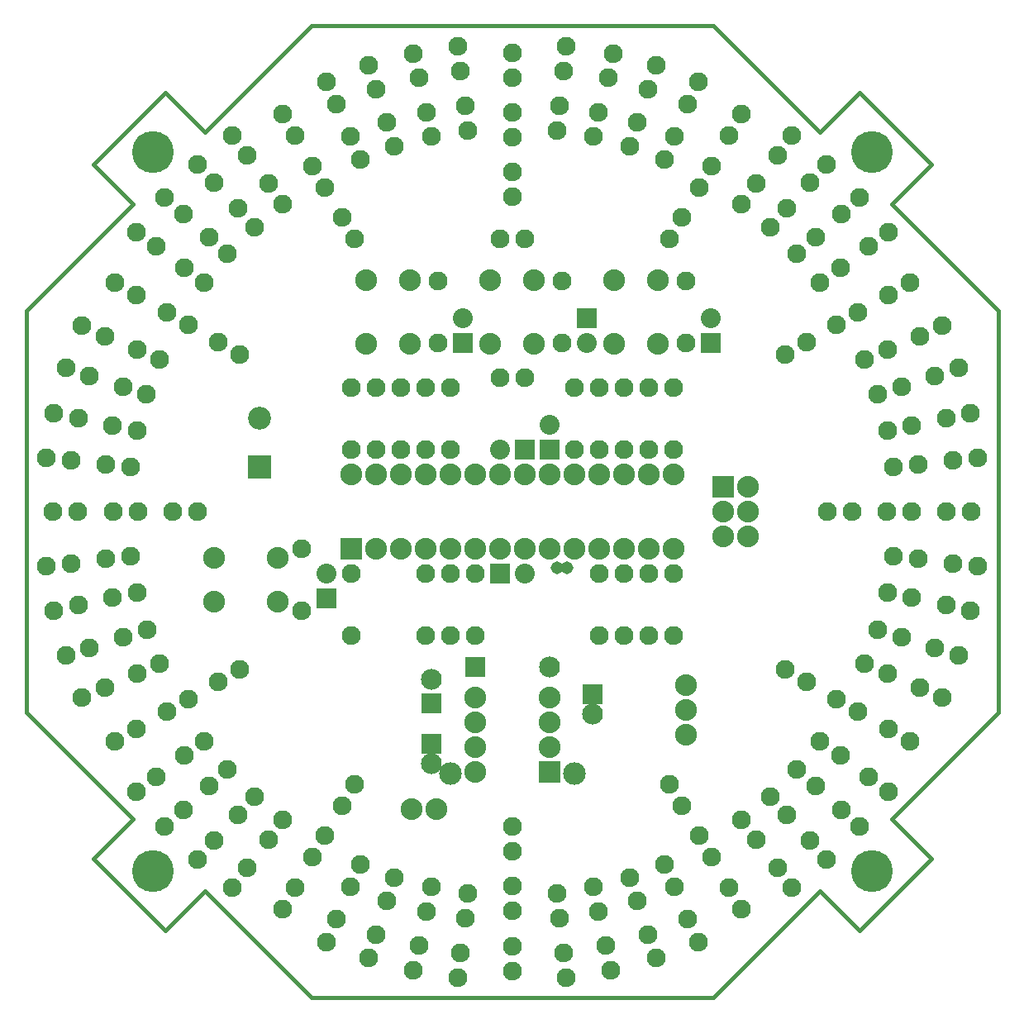
<source format=gbs>
G04 (created by PCBNEW-RS274X (2012-01-19 BZR 3256)-stable) date 4/30/2012 12:17:17 AM*
G01*
G70*
G90*
%MOIN*%
G04 Gerber Fmt 3.4, Leading zero omitted, Abs format*
%FSLAX34Y34*%
G04 APERTURE LIST*
%ADD10C,0.006000*%
%ADD11C,0.015000*%
%ADD12C,0.076000*%
%ADD13R,0.080000X0.080000*%
%ADD14C,0.080000*%
%ADD15C,0.084000*%
%ADD16R,0.084000X0.084000*%
%ADD17C,0.088000*%
%ADD18C,0.169000*%
%ADD19C,0.051500*%
%ADD20R,0.092000X0.092000*%
%ADD21C,0.092000*%
%ADD22C,0.091200*%
%ADD23R,0.088000X0.088000*%
G04 APERTURE END LIST*
G54D10*
G54D11*
X46000Y-56900D02*
X47600Y-55300D01*
X43100Y-54000D02*
X46000Y-56900D01*
X44700Y-52400D02*
X43100Y-54000D01*
X76900Y-54000D02*
X74000Y-56900D01*
X75300Y-52400D02*
X76900Y-54000D01*
X72400Y-55300D02*
X74000Y-56900D01*
X47600Y-24700D02*
X51900Y-20400D01*
X46000Y-23100D02*
X43100Y-26000D01*
X47600Y-24700D02*
X46000Y-23100D01*
X44700Y-27600D02*
X43100Y-26000D01*
X79600Y-48100D02*
X75300Y-52400D01*
X68100Y-59600D02*
X72400Y-55300D01*
X40400Y-48100D02*
X44700Y-52400D01*
X51900Y-59600D02*
X47600Y-55300D01*
X40400Y-31900D02*
X44700Y-27600D01*
X75300Y-27600D02*
X79600Y-31900D01*
X72400Y-24700D02*
X68100Y-20400D01*
X76900Y-26000D02*
X74000Y-23100D01*
X75300Y-27600D02*
X76900Y-26000D01*
X72400Y-24700D02*
X74000Y-23100D01*
X79600Y-31900D02*
X79600Y-48100D01*
X51900Y-20400D02*
X68100Y-20400D01*
X40400Y-48100D02*
X40400Y-31900D01*
X68100Y-59600D02*
X51900Y-59600D01*
G54D12*
X60000Y-26295D03*
X60000Y-27295D03*
X60000Y-21488D03*
X60000Y-22488D03*
X69256Y-23968D03*
X68756Y-24834D03*
X60000Y-23906D03*
X60000Y-24906D03*
X68047Y-26062D03*
X67547Y-26928D03*
X66852Y-28131D03*
X66352Y-28997D03*
X62187Y-21222D03*
X62083Y-22216D03*
X64068Y-21518D03*
X63860Y-22496D03*
X65797Y-22004D03*
X65487Y-22956D03*
X67495Y-22644D03*
X67089Y-23558D03*
X61906Y-23623D03*
X61802Y-24617D03*
X63469Y-23881D03*
X63261Y-24859D03*
X65056Y-24305D03*
X64746Y-25257D03*
X66537Y-24863D03*
X66131Y-25777D03*
X76032Y-30744D03*
X75166Y-31244D03*
X73938Y-31953D03*
X73072Y-32453D03*
X71869Y-33148D03*
X71003Y-33648D03*
X71283Y-24830D03*
X70695Y-25640D03*
X72686Y-25982D03*
X72016Y-26726D03*
X74018Y-27314D03*
X73274Y-27984D03*
X75170Y-28717D03*
X74360Y-29305D03*
X69840Y-26769D03*
X69252Y-27579D03*
X71064Y-27774D03*
X70394Y-28518D03*
X72226Y-28936D03*
X71482Y-29606D03*
X73231Y-30160D03*
X72421Y-30748D03*
X78512Y-40000D03*
X77512Y-40000D03*
X76094Y-40000D03*
X75094Y-40000D03*
X73705Y-40000D03*
X72705Y-40000D03*
X77356Y-32505D03*
X76442Y-32911D03*
X77996Y-34203D03*
X77044Y-34513D03*
X78482Y-36022D03*
X77504Y-36230D03*
X78778Y-37813D03*
X77784Y-37917D03*
X75137Y-33463D03*
X74223Y-33869D03*
X75695Y-34944D03*
X74743Y-35254D03*
X76119Y-36531D03*
X75141Y-36739D03*
X76377Y-38094D03*
X75383Y-38198D03*
X76032Y-49256D03*
X75166Y-48756D03*
X73938Y-48047D03*
X73072Y-47547D03*
X71869Y-46852D03*
X71003Y-46352D03*
X78778Y-42187D03*
X77784Y-42083D03*
X78482Y-43978D03*
X77504Y-43770D03*
X77996Y-45797D03*
X77044Y-45487D03*
X77356Y-47495D03*
X76442Y-47089D03*
X76377Y-41906D03*
X75383Y-41802D03*
X76119Y-43469D03*
X75141Y-43261D03*
X75695Y-45056D03*
X74743Y-44746D03*
X75137Y-46537D03*
X74223Y-46131D03*
X69256Y-56032D03*
X68756Y-55166D03*
X68047Y-53938D03*
X67547Y-53072D03*
X66852Y-51869D03*
X66352Y-51003D03*
X75170Y-51283D03*
X74360Y-50695D03*
X74018Y-52686D03*
X73274Y-52016D03*
X72686Y-54018D03*
X72016Y-53274D03*
X71283Y-55170D03*
X70695Y-54360D03*
X73231Y-49840D03*
X72421Y-49252D03*
X72226Y-51064D03*
X71482Y-50394D03*
X71064Y-52226D03*
X70394Y-51482D03*
X69840Y-53231D03*
X69252Y-52421D03*
X60000Y-58512D03*
X60000Y-57512D03*
X60000Y-56094D03*
X60000Y-55094D03*
X60000Y-53705D03*
X60000Y-52705D03*
X67495Y-57356D03*
X67089Y-56442D03*
X65797Y-57996D03*
X65487Y-57044D03*
X63978Y-58482D03*
X63770Y-57504D03*
X62187Y-58778D03*
X62083Y-57784D03*
X66537Y-55137D03*
X66131Y-54223D03*
X65056Y-55695D03*
X64746Y-54743D03*
X63469Y-56119D03*
X63261Y-55141D03*
X61906Y-56377D03*
X61802Y-55383D03*
X50744Y-56032D03*
X51244Y-55166D03*
X51953Y-53938D03*
X52453Y-53072D03*
X53148Y-51869D03*
X53648Y-51003D03*
X57813Y-58778D03*
X57917Y-57784D03*
X56022Y-58482D03*
X56230Y-57504D03*
X54203Y-57996D03*
X54513Y-57044D03*
X52505Y-57356D03*
X52911Y-56442D03*
X58094Y-56377D03*
X58198Y-55383D03*
X56531Y-56119D03*
X56739Y-55141D03*
X54944Y-55695D03*
X55254Y-54743D03*
X53463Y-55137D03*
X53869Y-54223D03*
X43968Y-49256D03*
X44834Y-48756D03*
X46062Y-48047D03*
X46928Y-47547D03*
X48131Y-46852D03*
X48997Y-46352D03*
X48717Y-55170D03*
X49305Y-54360D03*
X47314Y-54018D03*
X47984Y-53274D03*
X45982Y-52686D03*
X46726Y-52016D03*
X44830Y-51283D03*
X45640Y-50695D03*
X50160Y-53231D03*
X50748Y-52421D03*
X48936Y-52226D03*
X49606Y-51482D03*
X47774Y-51064D03*
X48518Y-50394D03*
X46769Y-49840D03*
X47579Y-49252D03*
X62000Y-33200D03*
X62000Y-30700D03*
X57500Y-35000D03*
X57500Y-37500D03*
X56500Y-35000D03*
X56500Y-37500D03*
X67000Y-33200D03*
X67000Y-30700D03*
X57000Y-33200D03*
X57000Y-30700D03*
X66500Y-45000D03*
X66500Y-42500D03*
X65500Y-35000D03*
X65500Y-37500D03*
X56500Y-42500D03*
X56500Y-45000D03*
X58500Y-45000D03*
X58500Y-42500D03*
X64500Y-45000D03*
X64500Y-42500D03*
X55500Y-35000D03*
X55500Y-37500D03*
X53500Y-35000D03*
X53500Y-37500D03*
X66500Y-35000D03*
X66500Y-37500D03*
X54500Y-35000D03*
X54500Y-37500D03*
X57500Y-45000D03*
X57500Y-42500D03*
X63500Y-45000D03*
X63500Y-42500D03*
X65500Y-45000D03*
X65500Y-42500D03*
X53500Y-45000D03*
X53500Y-42500D03*
X63500Y-35000D03*
X63500Y-37500D03*
X64500Y-35000D03*
X64500Y-37500D03*
X62500Y-35000D03*
X62500Y-37500D03*
X51500Y-41500D03*
X51500Y-44000D03*
G54D13*
X59500Y-42500D03*
G54D14*
X60500Y-42500D03*
G54D13*
X61500Y-37500D03*
G54D14*
X61500Y-36500D03*
G54D13*
X63000Y-32200D03*
G54D14*
X63000Y-33200D03*
G54D13*
X60500Y-37500D03*
G54D14*
X59500Y-37500D03*
G54D13*
X68000Y-33200D03*
G54D14*
X68000Y-32200D03*
G54D13*
X58000Y-33200D03*
G54D14*
X58000Y-32200D03*
G54D13*
X52500Y-43500D03*
G54D14*
X52500Y-42500D03*
G54D15*
X61500Y-46250D03*
G54D16*
X58500Y-46250D03*
G54D12*
X41488Y-40000D03*
X42488Y-40000D03*
X43906Y-40000D03*
X44906Y-40000D03*
X46295Y-40000D03*
X47295Y-40000D03*
X42644Y-47495D03*
X43558Y-47089D03*
X42005Y-45799D03*
X42957Y-45489D03*
X41518Y-43978D03*
X42496Y-43770D03*
X41222Y-42187D03*
X42216Y-42083D03*
X44863Y-46537D03*
X45777Y-46131D03*
X44306Y-45057D03*
X45258Y-44747D03*
X43881Y-43469D03*
X44859Y-43261D03*
X43623Y-41906D03*
X44617Y-41802D03*
X60500Y-34600D03*
X59500Y-34600D03*
X60500Y-29000D03*
X59500Y-29000D03*
X43968Y-30744D03*
X44834Y-31244D03*
X46062Y-31953D03*
X46928Y-32453D03*
X48131Y-33148D03*
X48997Y-33648D03*
X41222Y-37813D03*
X42216Y-37917D03*
X41518Y-36022D03*
X42496Y-36230D03*
X42004Y-34203D03*
X42956Y-34513D03*
X42644Y-32505D03*
X43558Y-32911D03*
X43623Y-38094D03*
X44617Y-38198D03*
X43881Y-36531D03*
X44859Y-36739D03*
X44305Y-34944D03*
X45257Y-35254D03*
X44863Y-33463D03*
X45777Y-33869D03*
X50744Y-23968D03*
X51244Y-24834D03*
X51953Y-26062D03*
X52453Y-26928D03*
X53148Y-28131D03*
X53648Y-28997D03*
X44830Y-28717D03*
X45640Y-29305D03*
X45982Y-27314D03*
X46726Y-27984D03*
X47314Y-25982D03*
X47984Y-26726D03*
X48717Y-24830D03*
X49305Y-25640D03*
X46769Y-30160D03*
X47579Y-30748D03*
X47774Y-28936D03*
X48518Y-29606D03*
X48936Y-27774D03*
X49606Y-28518D03*
X50160Y-26769D03*
X50748Y-27579D03*
X52503Y-22644D03*
X52909Y-23558D03*
X54203Y-22004D03*
X54513Y-22956D03*
X56022Y-21518D03*
X56230Y-22496D03*
X57813Y-21222D03*
X57917Y-22216D03*
X53463Y-24863D03*
X53869Y-25777D03*
X54944Y-24305D03*
X55254Y-25257D03*
X56531Y-23881D03*
X56739Y-24859D03*
X58094Y-23623D03*
X58198Y-24617D03*
G54D17*
X60886Y-33230D03*
X59114Y-33230D03*
X60886Y-30670D03*
X59114Y-30670D03*
X65886Y-33230D03*
X64114Y-33230D03*
X65886Y-30670D03*
X64114Y-30670D03*
X55886Y-33230D03*
X54114Y-33230D03*
X55886Y-30670D03*
X54114Y-30670D03*
X47970Y-43636D03*
X47970Y-41864D03*
X50530Y-43636D03*
X50530Y-41864D03*
X67000Y-49000D03*
X67000Y-48000D03*
X67000Y-47000D03*
G54D18*
X45500Y-25500D03*
X74500Y-25500D03*
X45500Y-54500D03*
X74500Y-54500D03*
G54D19*
X61803Y-42250D03*
X62197Y-42250D03*
G54D20*
X49800Y-38184D03*
G54D21*
X49800Y-36216D03*
G54D16*
X56750Y-47742D03*
G54D15*
X56750Y-46758D03*
G54D16*
X56750Y-49356D03*
G54D15*
X56750Y-50144D03*
G54D16*
X63250Y-47356D03*
G54D15*
X63250Y-48144D03*
G54D17*
X55950Y-52000D03*
X56950Y-52000D03*
G54D22*
X62500Y-50559D03*
X57500Y-50559D03*
G54D23*
X68500Y-39000D03*
G54D17*
X69500Y-39000D03*
X68500Y-40000D03*
X69500Y-40000D03*
X68500Y-41000D03*
X69500Y-41000D03*
X54500Y-41500D03*
X55500Y-41500D03*
X56500Y-41500D03*
X57500Y-41500D03*
X58500Y-41500D03*
X59500Y-41500D03*
X60500Y-41500D03*
X61500Y-41500D03*
X62500Y-41500D03*
X63500Y-41500D03*
X64500Y-41500D03*
X65500Y-41500D03*
X66500Y-41500D03*
G54D23*
X53500Y-41500D03*
G54D17*
X66500Y-38500D03*
X65500Y-38500D03*
X64500Y-38500D03*
X63500Y-38500D03*
X62500Y-38500D03*
X61500Y-38500D03*
X60500Y-38500D03*
X59500Y-38500D03*
X58500Y-38500D03*
X57500Y-38500D03*
X56500Y-38500D03*
X55500Y-38500D03*
X54500Y-38500D03*
X53500Y-38500D03*
G54D23*
X61500Y-50500D03*
G54D17*
X61500Y-49500D03*
X61500Y-48500D03*
X61500Y-47500D03*
X58500Y-47500D03*
X58500Y-48500D03*
X58500Y-49500D03*
X58500Y-50500D03*
M02*

</source>
